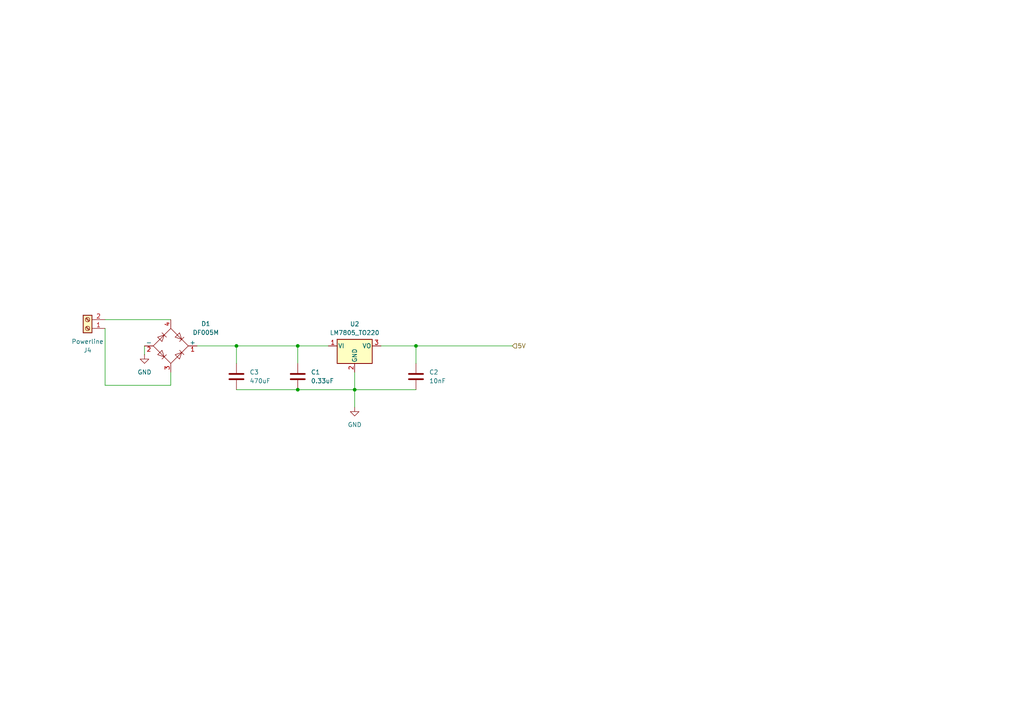
<source format=kicad_sch>
(kicad_sch (version 20250114) (generator "eeschema") (generator_version "9.0")
  (paper "A4")
  (lib_symbols
    (symbol "Connector:Screw_Terminal_01x02" (pin_names (offset 1.016) (hide yes))
      (property "Reference" "J" (at 0 2.54 0))
      (property "Value" "Screw_Terminal_01x02" (at 0 -5.08 0))
      (symbol "Screw_Terminal_01x02_1_1"
        (rectangle (start -1.27 1.27) (end 1.27 -3.81) (stroke (width 0.254)) (fill (type background)))
        (polyline (pts (xy -0.5334 0.3302) (xy 0.3302 -0.508)) (stroke (width 0.1524)))
        (polyline (pts (xy -0.5334 -2.2098) (xy 0.3302 -3.048)) (stroke (width 0.1524)))
        (polyline (pts (xy -0.3556 0.508) (xy 0.508 -0.3302)) (stroke (width 0.1524)))
        (polyline (pts (xy -0.3556 -2.032) (xy 0.508 -2.8702)) (stroke (width 0.1524)))
        (circle (center 0 0) (radius 0.635) (stroke (width 0.1524)))
        (circle (center 0 -2.54) (radius 0.635) (stroke (width 0.1524)))
        (pin passive line (at -5.08 0 0) (length 3.81) (name "Pin_1") (number "1"))
        (pin passive line (at -5.08 -2.54 0) (length 3.81) (name "Pin_2") (number "2"))
      )
    )
    (symbol "Device:C" (pin_numbers (hide yes)) (pin_names (offset 0.254))
      (property "Reference" "C" (at 0.635 2.54 0))
      (property "Value" "C" (at 0.635 -2.54 0))
      (symbol "C_0_1"
        (polyline (pts (xy -2.032 0.762) (xy 2.032 0.762)) (stroke (width 0.508)))
        (polyline (pts (xy -2.032 -0.762) (xy 2.032 -0.762)) (stroke (width 0.508)))
      )
      (symbol "C_1_1"
        (pin passive line (at 0 3.81 270) (length 2.794) (name "~") (number "1"))
        (pin passive line (at 0 -3.81 90) (length 2.794) (name "~") (number "2"))
      )
    )
    (symbol "Diode_Bridge:DF005M" (pin_names (offset 0))
      (property "Reference" "D" (at 2.54 6.985 0))
      (property "Value" "DF005M" (at 2.54 5.08 0))
      (symbol "DF005M_0_1"
        (polyline (pts (xy -5.08 0) (xy 0 -5.08) (xy 5.08 0) (xy 0 5.08) (xy -5.08 0)))
        (polyline (pts (xy -3.81 2.54) (xy -2.54 1.27) (xy -1.905 3.175) (xy -3.81 2.54)))
        (polyline (pts (xy -2.54 3.81) (xy -1.27 2.54)))
        (polyline (pts (xy -2.54 -1.27) (xy -3.81 -2.54) (xy -1.905 -3.175) (xy -2.54 -1.27)))
        (polyline (pts (xy -1.27 -2.54) (xy -2.54 -3.81)))
        (polyline (pts (xy 1.27 2.54) (xy 2.54 3.81) (xy 3.175 1.905) (xy 1.27 2.54)))
        (polyline (pts (xy 2.54 1.27) (xy 3.81 2.54)))
        (polyline (pts (xy 2.54 -1.27) (xy 3.81 -2.54)))
        (polyline (pts (xy 3.175 -1.905) (xy 1.27 -2.54) (xy 2.54 -3.81) (xy 3.175 -1.905)))
      )
      (symbol "DF005M_1_1"
        (pin passive line (at -7.62 0 0) (length 2.54) (name "-") (number "2"))
        (pin passive line (at 0 7.62 270) (length 2.54) (name "~") (number "4"))
        (pin passive line (at 0 -7.62 90) (length 2.54) (name "~") (number "3"))
        (pin passive line (at 7.62 0 180) (length 2.54) (name "+") (number "1"))
      )
    )
    (symbol "Regulator_Linear:LM7805_TO220" (pin_names (offset 0.254))
      (property "Reference" "U" (at -3.81 3.175 0))
      (property "Value" "LM7805_TO220" (at 0 3.175 0))
      (symbol "LM7805_TO220_0_1"
        (rectangle (start -5.08 1.905) (end 5.08 -5.08) (stroke (width 0.254)) (fill (type background)))
      )
      (symbol "LM7805_TO220_1_1"
        (pin power_in line (at -7.62 0 0) (length 2.54) (name "VI") (number "1"))
        (pin power_in line (at 0 -7.62 90) (length 2.54) (name "GND") (number "2"))
        (pin power_out line (at 7.62 0 180) (length 2.54) (name "VO") (number "3"))
      )
    )
    (symbol "power:GND" (power) (pin_numbers (hide yes)) (pin_names (offset 0) (hide yes))
      (property "Value" "GND" (at 0 -3.81 0))
      (symbol "GND_0_1"
        (polyline (pts (xy 0 0) (xy 0 -1.27) (xy 1.27 -1.27) (xy 0 -2.54) (xy -1.27 -1.27) (xy 0 -1.27)))
      )
      (symbol "GND_1_1"
        (pin power_in line (at 0 0 270) (length 0) (name "~") (number "1"))
      )
    )
  )
  (junction (at 120.65 100.33))
  (junction (at 102.87 113.03))
  (junction (at 86.36 113.03))
  (junction (at 68.58 100.33))
  (junction (at 86.36 100.33))
  (wire (pts (xy 120.65 100.33) (xy 148.59 100.33)))
  (wire (pts (xy 49.53 111.76) (xy 30.48 111.76)))
  (wire (pts (xy 68.58 100.33) (xy 86.36 100.33)))
  (wire (pts (xy 86.36 100.33) (xy 95.25 100.33)))
  (wire (pts (xy 102.87 113.03) (xy 120.65 113.03)))
  (wire (pts (xy 102.87 113.03) (xy 102.87 107.95)))
  (wire (pts (xy 30.48 92.71) (xy 49.53 92.71)))
  (wire (pts (xy 30.48 95.25) (xy 30.48 111.76)))
  (wire (pts (xy 102.87 118.11) (xy 102.87 113.03)))
  (wire (pts (xy 41.91 100.33) (xy 41.91 102.87)))
  (wire (pts (xy 68.58 100.33) (xy 68.58 105.41)))
  (wire (pts (xy 120.65 105.41) (xy 120.65 100.33)))
  (wire (pts (xy 86.36 100.33) (xy 86.36 105.41)))
  (wire (pts (xy 57.15 100.33) (xy 68.58 100.33)))
  (wire (pts (xy 49.53 107.95) (xy 49.53 111.76)))
  (wire (pts (xy 86.36 113.03) (xy 102.87 113.03)))
  (wire (pts (xy 68.58 113.03) (xy 86.36 113.03)))
  (wire (pts (xy 110.49 100.33) (xy 120.65 100.33)))
  (hierarchical_label "5V" (shape input) (at 148.59 100.33 0))
  (symbol (lib_id "power:GND") (at 41.91 102.87 0) (unit 1)
    (property "Reference" "#PWR07" (effects (hide yes)))
    (property "Value" "GND" (at 41.91 107.95 0))
    (property "Description" "Power symbol creates a global label with name \"GND\" , ground" (effects (hide yes)))
  )
  (symbol (lib_id "Device:C") (at 68.58 109.22 0) (unit 1)
    (property "Reference" "C3" (at 72.39 107.9499 0) (effects (justify left)))
    (property "Value" "470uF" (at 72.39 110.4899 0) (effects (justify left)))
    (property "Footprint" "Capacitor_THT:C_Disc_D4.3mm_W1.9mm_P5.00mm" (effects (hide yes)))
    (property "Description" "Unpolarized capacitor" (effects (hide yes)))
  )
  (symbol (lib_id "Device:C") (at 86.36 109.22 0) (unit 1)
    (property "Reference" "C1" (at 90.17 107.9499 0) (effects (justify left)))
    (property "Value" "0.33uF" (at 90.17 110.4899 0) (effects (justify left)))
    (property "Footprint" "Capacitor_THT:C_Disc_D4.3mm_W1.9mm_P5.00mm" (effects (hide yes)))
    (property "Description" "Unpolarized capacitor" (effects (hide yes)))
  )
  (symbol (lib_id "Regulator_Linear:LM7805_TO220") (at 102.87 100.33 0) (unit 1)
    (property "Reference" "U2" (at 102.87 93.98 0))
    (property "Value" "LM7805_TO220" (at 102.87 96.52 0))
    (property "Footprint" "Package_TO_SOT_THT:TO-220-3_Vertical" (effects (hide yes)))
    (property "Datasheet" "https://www.onsemi.cn/PowerSolutions/document/MC7800-D.PDF" (effects (hide yes)))
    (property "Description" "Positive 1A 35V Linear Regulator, Fixed Output 5V, TO-220" (effects (hide yes)))
  )
  (symbol (lib_id "Connector:Screw_Terminal_01x02") (at 25.4 95.25 180) (unit 1)
    (property "Reference" "J4" (at 25.4 101.6 0))
    (property "Value" "Powerline" (at 25.4 99.06 0))
    (property "Footprint" "TerminalBlock:TerminalBlock_Xinya_XY308-2.54-2P_1x02_P2.54mm_Horizontal" (effects (hide yes)))
    (property "Description" "Generic screw terminal, single row, 01x02, script generated (kicad-library-utils/schlib/autogen/connector/)" (effects (hide yes)))
  )
  (symbol (lib_id "Diode_Bridge:DF005M") (at 49.53 100.33 0) (unit 1)
    (property "Reference" "D1" (at 59.69 93.9098 0))
    (property "Value" "DF005M" (at 59.69 96.4498 0))
    (property "Footprint" "Diode_THT:Diode_Bridge_DIP-4_W7.62mm_P5.08mm" (effects (hide yes)))
    (property "Datasheet" "http://www.vishay.com/docs/88571/dfm.pdf" (effects (hide yes)))
    (property "Description" "Miniature Glass Passivated Single-Phase Bridge Rectifiers, 35V Vrms, 1.0A If, DIP-4" (effects (hide yes)))
  )
  (symbol (lib_id "Device:C") (at 120.65 109.22 0) (unit 1)
    (property "Reference" "C2" (at 124.46 107.9499 0) (effects (justify left)))
    (property "Value" "10nF" (at 124.46 110.4899 0) (effects (justify left)))
    (property "Footprint" "Capacitor_THT:C_Disc_D4.3mm_W1.9mm_P5.00mm" (effects (hide yes)))
    (property "Description" "Unpolarized capacitor" (effects (hide yes)))
  )
  (symbol (lib_id "power:GND") (at 102.87 118.11 0) (unit 1)
    (property "Reference" "#PWR08" (effects (hide yes)))
    (property "Value" "GND" (at 102.87 123.19 0))
    (property "Description" "Power symbol creates a global label with name \"GND\" , ground" (effects (hide yes)))
  )
)
</source>
